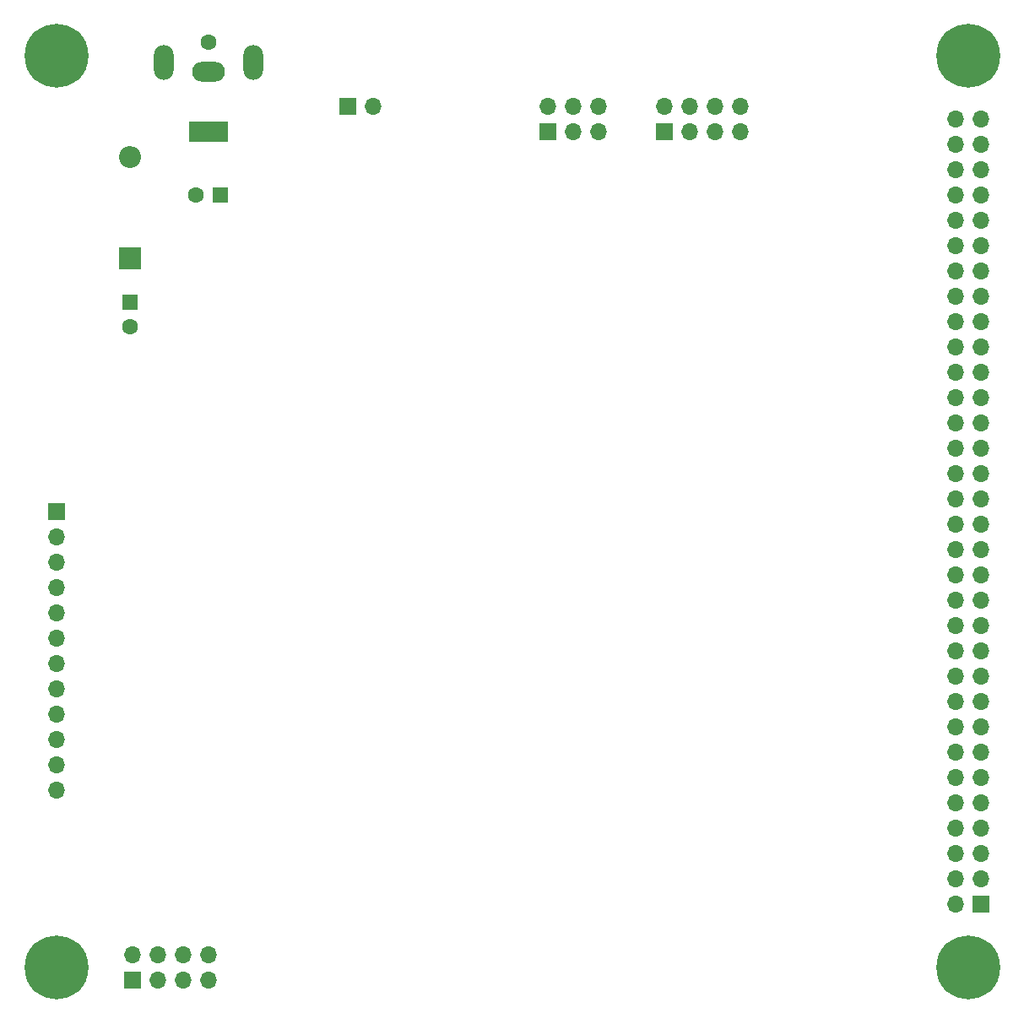
<source format=gbr>
%TF.GenerationSoftware,KiCad,Pcbnew,8.0.7-8.0.7-0~ubuntu22.04.1*%
%TF.CreationDate,2025-01-12T13:10:07-08:00*%
%TF.ProjectId,multichannelheaterdriver_amc7836,6d756c74-6963-4686-916e-6e656c686561,rev?*%
%TF.SameCoordinates,Original*%
%TF.FileFunction,Soldermask,Bot*%
%TF.FilePolarity,Negative*%
%FSLAX46Y46*%
G04 Gerber Fmt 4.6, Leading zero omitted, Abs format (unit mm)*
G04 Created by KiCad (PCBNEW 8.0.7-8.0.7-0~ubuntu22.04.1) date 2025-01-12 13:10:07*
%MOMM*%
%LPD*%
G01*
G04 APERTURE LIST*
%ADD10R,1.700000X1.700000*%
%ADD11O,1.700000X1.700000*%
%ADD12R,2.200000X2.200000*%
%ADD13O,2.200000X2.200000*%
%ADD14C,6.400000*%
%ADD15R,1.600000X1.600000*%
%ADD16C,1.600000*%
%ADD17R,4.000000X2.000000*%
%ADD18O,3.300000X2.000000*%
%ADD19O,2.000000X3.500000*%
G04 APERTURE END LIST*
D10*
%TO.C,J5*%
X12700000Y-97790000D03*
D11*
X12700000Y-95250000D03*
X15240000Y-97790000D03*
X15240000Y-95250000D03*
X17780000Y-97790000D03*
X17780000Y-95250000D03*
X20320000Y-97790000D03*
X20320000Y-95250000D03*
%TD*%
D12*
%TO.C,D5*%
X12446000Y-25400000D03*
D13*
X12446000Y-15240000D03*
%TD*%
D14*
%TO.C,H1*%
X5080000Y-5080000D03*
%TD*%
D15*
%TO.C,C7*%
X21550000Y-19050000D03*
D16*
X19050000Y-19050000D03*
%TD*%
D10*
%TO.C,J4*%
X97790000Y-90170000D03*
D11*
X95250000Y-90170000D03*
X97790000Y-87630000D03*
X95250000Y-87630000D03*
X97790000Y-85090000D03*
X95250000Y-85090000D03*
X97790000Y-82550000D03*
X95250000Y-82550000D03*
X97790000Y-80010000D03*
X95250000Y-80010000D03*
X97790000Y-77470000D03*
X95250000Y-77470000D03*
X97790000Y-74930000D03*
X95250000Y-74930000D03*
X97790000Y-72390000D03*
X95250000Y-72390000D03*
X97790000Y-69850000D03*
X95250000Y-69850000D03*
X97790000Y-67310000D03*
X95250000Y-67310000D03*
X97790000Y-64770000D03*
X95250000Y-64770000D03*
X97790000Y-62230000D03*
X95250000Y-62230000D03*
X97790000Y-59690000D03*
X95250000Y-59690000D03*
X97790000Y-57150000D03*
X95250000Y-57150000D03*
X97790000Y-54610000D03*
X95250000Y-54610000D03*
X97790000Y-52070000D03*
X95250000Y-52070000D03*
X97790000Y-49530000D03*
X95250000Y-49530000D03*
X97790000Y-46990000D03*
X95250000Y-46990000D03*
X97790000Y-44450000D03*
X95250000Y-44450000D03*
X97790000Y-41910000D03*
X95250000Y-41910000D03*
X97790000Y-39370000D03*
X95250000Y-39370000D03*
X97790000Y-36830000D03*
X95250000Y-36830000D03*
X97790000Y-34290000D03*
X95250000Y-34290000D03*
X97790000Y-31750000D03*
X95250000Y-31750000D03*
X97790000Y-29210000D03*
X95250000Y-29210000D03*
X97790000Y-26670000D03*
X95250000Y-26670000D03*
X97790000Y-24130000D03*
X95250000Y-24130000D03*
X97790000Y-21590000D03*
X95250000Y-21590000D03*
X97790000Y-19050000D03*
X95250000Y-19050000D03*
X97790000Y-16510000D03*
X95250000Y-16510000D03*
X97790000Y-13970000D03*
X95250000Y-13970000D03*
X97790000Y-11430000D03*
X95250000Y-11430000D03*
%TD*%
D14*
%TO.C,H4*%
X96520000Y-96520000D03*
%TD*%
D10*
%TO.C,J2*%
X5080000Y-50800000D03*
D11*
X5080000Y-53340000D03*
X5080000Y-55880000D03*
X5080000Y-58420000D03*
X5080000Y-60960000D03*
X5080000Y-63500000D03*
X5080000Y-66040000D03*
X5080000Y-68580000D03*
X5080000Y-71120000D03*
X5080000Y-73660000D03*
X5080000Y-76200000D03*
X5080000Y-78740000D03*
%TD*%
D14*
%TO.C,H3*%
X96520000Y-5080000D03*
%TD*%
D10*
%TO.C,J1*%
X66040000Y-12700000D03*
D11*
X66040000Y-10160000D03*
X68580000Y-12700000D03*
X68580000Y-10160000D03*
X71120000Y-12700000D03*
X71120000Y-10160000D03*
X73660000Y-12700000D03*
X73660000Y-10160000D03*
%TD*%
D14*
%TO.C,H2*%
X5080000Y-96520000D03*
%TD*%
D10*
%TO.C,J3*%
X54420000Y-12700000D03*
D11*
X54420000Y-10160000D03*
X56960000Y-12700000D03*
X56960000Y-10160000D03*
X59500000Y-12700000D03*
X59500000Y-10160000D03*
%TD*%
D16*
%TO.C,J7*%
X20320000Y-3700000D03*
D17*
X20320000Y-12700000D03*
D18*
X20320000Y-6700000D03*
D19*
X24820000Y-5700000D03*
X15820000Y-5700000D03*
%TD*%
D15*
%TO.C,C8*%
X12446000Y-29758000D03*
D16*
X12446000Y-32258000D03*
%TD*%
D10*
%TO.C,SW1*%
X34285000Y-10160000D03*
D11*
X36825000Y-10160000D03*
%TD*%
M02*

</source>
